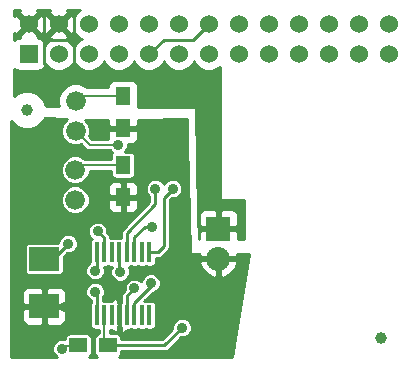
<source format=gtl>
G04 #@! TF.FileFunction,Copper,L1,Top,Signal*
%FSLAX46Y46*%
G04 Gerber Fmt 4.6, Leading zero omitted, Abs format (unit mm)*
G04 Created by KiCad (PCBNEW 4.0.1-stable) date 7/28/2016 7:21:10 PM*
%MOMM*%
G01*
G04 APERTURE LIST*
%ADD10C,0.150000*%
%ADD11R,2.500000X2.000000*%
%ADD12C,1.000000*%
%ADD13R,0.406400X1.651000*%
%ADD14R,1.524000X1.524000*%
%ADD15C,1.524000*%
%ADD16C,1.676400*%
%ADD17R,1.500000X1.250000*%
%ADD18R,1.300000X1.500000*%
%ADD19R,2.032000X2.032000*%
%ADD20O,2.032000X2.032000*%
%ADD21C,0.889000*%
%ADD22C,0.254000*%
%ADD23C,0.203200*%
G04 APERTURE END LIST*
D10*
D11*
X141224000Y-98774000D03*
X141224000Y-94774000D03*
D12*
X139778000Y-82144000D03*
X169750000Y-101448000D03*
D13*
X148223500Y-94209000D03*
X147588500Y-94209000D03*
X146953500Y-94209000D03*
X146318500Y-94209000D03*
X150128500Y-99543000D03*
X150128500Y-94209000D03*
X149493500Y-94209000D03*
X148858500Y-94209000D03*
X145683500Y-99543000D03*
X146318500Y-99543000D03*
X146953500Y-99543000D03*
X147588500Y-99543000D03*
X148223500Y-99543000D03*
X148858500Y-99543000D03*
X145683500Y-94209000D03*
X149493500Y-99543000D03*
D14*
X139905000Y-77445000D03*
D15*
X139905000Y-74905000D03*
X142445000Y-77445000D03*
X142445000Y-74905000D03*
X144985000Y-77445000D03*
X144985000Y-74905000D03*
X147525000Y-77445000D03*
X147525000Y-74905000D03*
X150065000Y-77445000D03*
X150065000Y-74905000D03*
X152605000Y-77445000D03*
X152605000Y-74905000D03*
X155145000Y-77445000D03*
X155145000Y-74905000D03*
X157685000Y-77445000D03*
X157685000Y-74905000D03*
X160225000Y-77445000D03*
X160225000Y-74905000D03*
X162765000Y-77445000D03*
X162765000Y-74905000D03*
X165305000Y-77445000D03*
X165305000Y-74905000D03*
X167845000Y-77445000D03*
X167845000Y-74905000D03*
X170385000Y-77445000D03*
X170385000Y-74905000D03*
D16*
X143842000Y-87224000D03*
X143842000Y-89764000D03*
X143880000Y-81380000D03*
X143880000Y-83920000D03*
D17*
X146616000Y-102083000D03*
X144116000Y-102083000D03*
D18*
X147906000Y-89526500D03*
X147906000Y-86826500D03*
X147906000Y-83684500D03*
X147906000Y-80984500D03*
D19*
X155956000Y-92202000D03*
D20*
X155956000Y-94742000D03*
D21*
X150382500Y-92050000D03*
X152908000Y-100584000D03*
X143002000Y-98806000D03*
X145542000Y-97536000D03*
X145542000Y-95758000D03*
X143256000Y-93472000D03*
X148858500Y-97257000D03*
X142748000Y-102362000D03*
X147652000Y-95860000D03*
X150636500Y-88811500D03*
X150255500Y-96812500D03*
X147460000Y-85100000D03*
X145747000Y-92431000D03*
X152097000Y-88811500D03*
D22*
X148858500Y-94209000D02*
X148858500Y-92949500D01*
X149758000Y-92050000D02*
X150382500Y-92050000D01*
X148858500Y-92949500D02*
X149758000Y-92050000D01*
X146318500Y-102083000D02*
X151409000Y-102083000D01*
X151409000Y-102083000D02*
X152908000Y-100584000D01*
D23*
X146318500Y-99543000D02*
X146318500Y-102083000D01*
D22*
X141224000Y-76200000D02*
X141224000Y-78232000D01*
X141224000Y-78232000D02*
X141478000Y-78486000D01*
X141224000Y-76200000D02*
X141224000Y-73914000D01*
X143764000Y-76200000D02*
X143764000Y-73914000D01*
X141224000Y-76200000D02*
X143764000Y-76200000D01*
X143764000Y-76200000D02*
X143764000Y-78232000D01*
X139905000Y-74905000D02*
X139929000Y-74905000D01*
X139929000Y-74905000D02*
X141224000Y-76200000D01*
X141224000Y-98774000D02*
X142970000Y-98774000D01*
X142970000Y-98774000D02*
X143002000Y-98806000D01*
X145683500Y-97677500D02*
X145683500Y-99543000D01*
X145542000Y-97536000D02*
X145683500Y-97677500D01*
X145683500Y-95616500D02*
X145683500Y-94209000D01*
X145542000Y-95758000D02*
X145683500Y-95616500D01*
X143256000Y-93472000D02*
X141954000Y-94774000D01*
X141224000Y-94774000D02*
X141954000Y-94774000D01*
X150065000Y-77445000D02*
X150139000Y-77445000D01*
X150139000Y-77445000D02*
X151384000Y-76200000D01*
X151384000Y-76200000D02*
X153850000Y-76200000D01*
X153850000Y-76200000D02*
X155145000Y-74905000D01*
X148223500Y-99543000D02*
X148223500Y-97892000D01*
X148223500Y-97892000D02*
X148858500Y-97257000D01*
D23*
X144413500Y-102083000D02*
X143002000Y-102108000D01*
X143002000Y-102108000D02*
X142748000Y-102362000D01*
D22*
X147588500Y-94209000D02*
X147588500Y-95796500D01*
X147588500Y-95796500D02*
X147652000Y-95860000D01*
X148223500Y-94209000D02*
X148223500Y-92568500D01*
X150636500Y-90155500D02*
X150636500Y-88811500D01*
X148223500Y-92568500D02*
X150636500Y-90155500D01*
D23*
X144239500Y-86826500D02*
X143842000Y-87224000D01*
X147906000Y-86826500D02*
X144239500Y-86826500D01*
X144275500Y-80984500D02*
X143880000Y-81380000D01*
X147906000Y-80984500D02*
X144275500Y-80984500D01*
D22*
X148858500Y-99543000D02*
X148858500Y-98463500D01*
X148858500Y-98463500D02*
X150255500Y-97066500D01*
X150255500Y-97066500D02*
X150255500Y-96812500D01*
D23*
X145060000Y-85100000D02*
X143880000Y-83920000D01*
X147460000Y-85100000D02*
X145060000Y-85100000D01*
D22*
X146318500Y-94209000D02*
X146318500Y-93002500D01*
X146318500Y-93002500D02*
X145747000Y-92431000D01*
X150065000Y-74905000D02*
X150065000Y-75032000D01*
X150128500Y-94209000D02*
X150827000Y-94209000D01*
X150827000Y-94209000D02*
X151335000Y-93701000D01*
X151335000Y-93701000D02*
X151335000Y-89573500D01*
X151335000Y-89573500D02*
X152097000Y-88811500D01*
G36*
X153959990Y-78235303D02*
X154352630Y-78628629D01*
X154865900Y-78841757D01*
X155421661Y-78842242D01*
X155935303Y-78630010D01*
X156083000Y-78482571D01*
X156083000Y-89662000D01*
X156093006Y-89711410D01*
X156121447Y-89753035D01*
X156163841Y-89780315D01*
X156210000Y-89789000D01*
X158115000Y-89789000D01*
X158115000Y-93091000D01*
X157607000Y-93091000D01*
X157607000Y-92487750D01*
X157448250Y-92329000D01*
X156083000Y-92329000D01*
X156083000Y-92349000D01*
X155829000Y-92349000D01*
X155829000Y-92329000D01*
X154463750Y-92329000D01*
X154305000Y-92487750D01*
X154305000Y-93091000D01*
X154302146Y-93091000D01*
X154255980Y-91059690D01*
X154305000Y-91059690D01*
X154305000Y-91916250D01*
X154463750Y-92075000D01*
X155829000Y-92075000D01*
X155829000Y-90709750D01*
X156083000Y-90709750D01*
X156083000Y-92075000D01*
X157448250Y-92075000D01*
X157607000Y-91916250D01*
X157607000Y-91059690D01*
X157510327Y-90826301D01*
X157331698Y-90647673D01*
X157098309Y-90551000D01*
X156241750Y-90551000D01*
X156083000Y-90709750D01*
X155829000Y-90709750D01*
X155670250Y-90551000D01*
X154813691Y-90551000D01*
X154580302Y-90647673D01*
X154401673Y-90826301D01*
X154305000Y-91059690D01*
X154255980Y-91059690D01*
X154050967Y-82039114D01*
X154039841Y-81989944D01*
X154010462Y-81948977D01*
X153967459Y-81922667D01*
X153925212Y-81915006D01*
X149176067Y-81869674D01*
X149203440Y-81734500D01*
X149203440Y-80234500D01*
X149159162Y-79999183D01*
X149020090Y-79783059D01*
X148807890Y-79638069D01*
X148556000Y-79587060D01*
X147256000Y-79587060D01*
X147020683Y-79631338D01*
X146804559Y-79770410D01*
X146659569Y-79982610D01*
X146608560Y-80234500D01*
X146608560Y-80247900D01*
X144831479Y-80247900D01*
X144715591Y-80131810D01*
X144174323Y-79907056D01*
X143588248Y-79906545D01*
X143046589Y-80130353D01*
X142631810Y-80544409D01*
X142407056Y-81085677D01*
X142406545Y-81671752D01*
X142461843Y-81805584D01*
X141394376Y-81795395D01*
X141158108Y-81223582D01*
X140700825Y-80765501D01*
X140103050Y-80517283D01*
X139455789Y-80516718D01*
X138857582Y-80763892D01*
X138685000Y-80936173D01*
X138685000Y-78662602D01*
X138891110Y-78803431D01*
X139143000Y-78854440D01*
X140667000Y-78854440D01*
X140902317Y-78810162D01*
X141118441Y-78671090D01*
X141263431Y-78458890D01*
X141300492Y-78275876D01*
X141652630Y-78628629D01*
X142165900Y-78841757D01*
X142721661Y-78842242D01*
X143235303Y-78630010D01*
X143628629Y-78237370D01*
X143714949Y-78029488D01*
X143799990Y-78235303D01*
X144192630Y-78628629D01*
X144705900Y-78841757D01*
X145261661Y-78842242D01*
X145775303Y-78630010D01*
X146168629Y-78237370D01*
X146254949Y-78029488D01*
X146339990Y-78235303D01*
X146732630Y-78628629D01*
X147245900Y-78841757D01*
X147801661Y-78842242D01*
X148315303Y-78630010D01*
X148708629Y-78237370D01*
X148794949Y-78029488D01*
X148879990Y-78235303D01*
X149272630Y-78628629D01*
X149785900Y-78841757D01*
X150341661Y-78842242D01*
X150855303Y-78630010D01*
X151248629Y-78237370D01*
X151334949Y-78029488D01*
X151419990Y-78235303D01*
X151812630Y-78628629D01*
X152325900Y-78841757D01*
X152881661Y-78842242D01*
X153395303Y-78630010D01*
X153788629Y-78237370D01*
X153874949Y-78029488D01*
X153959990Y-78235303D01*
X153959990Y-78235303D01*
G37*
X153959990Y-78235303D02*
X154352630Y-78628629D01*
X154865900Y-78841757D01*
X155421661Y-78842242D01*
X155935303Y-78630010D01*
X156083000Y-78482571D01*
X156083000Y-89662000D01*
X156093006Y-89711410D01*
X156121447Y-89753035D01*
X156163841Y-89780315D01*
X156210000Y-89789000D01*
X158115000Y-89789000D01*
X158115000Y-93091000D01*
X157607000Y-93091000D01*
X157607000Y-92487750D01*
X157448250Y-92329000D01*
X156083000Y-92329000D01*
X156083000Y-92349000D01*
X155829000Y-92349000D01*
X155829000Y-92329000D01*
X154463750Y-92329000D01*
X154305000Y-92487750D01*
X154305000Y-93091000D01*
X154302146Y-93091000D01*
X154255980Y-91059690D01*
X154305000Y-91059690D01*
X154305000Y-91916250D01*
X154463750Y-92075000D01*
X155829000Y-92075000D01*
X155829000Y-90709750D01*
X156083000Y-90709750D01*
X156083000Y-92075000D01*
X157448250Y-92075000D01*
X157607000Y-91916250D01*
X157607000Y-91059690D01*
X157510327Y-90826301D01*
X157331698Y-90647673D01*
X157098309Y-90551000D01*
X156241750Y-90551000D01*
X156083000Y-90709750D01*
X155829000Y-90709750D01*
X155670250Y-90551000D01*
X154813691Y-90551000D01*
X154580302Y-90647673D01*
X154401673Y-90826301D01*
X154305000Y-91059690D01*
X154255980Y-91059690D01*
X154050967Y-82039114D01*
X154039841Y-81989944D01*
X154010462Y-81948977D01*
X153967459Y-81922667D01*
X153925212Y-81915006D01*
X149176067Y-81869674D01*
X149203440Y-81734500D01*
X149203440Y-80234500D01*
X149159162Y-79999183D01*
X149020090Y-79783059D01*
X148807890Y-79638069D01*
X148556000Y-79587060D01*
X147256000Y-79587060D01*
X147020683Y-79631338D01*
X146804559Y-79770410D01*
X146659569Y-79982610D01*
X146608560Y-80234500D01*
X146608560Y-80247900D01*
X144831479Y-80247900D01*
X144715591Y-80131810D01*
X144174323Y-79907056D01*
X143588248Y-79906545D01*
X143046589Y-80130353D01*
X142631810Y-80544409D01*
X142407056Y-81085677D01*
X142406545Y-81671752D01*
X142461843Y-81805584D01*
X141394376Y-81795395D01*
X141158108Y-81223582D01*
X140700825Y-80765501D01*
X140103050Y-80517283D01*
X139455789Y-80516718D01*
X138857582Y-80763892D01*
X138685000Y-80936173D01*
X138685000Y-78662602D01*
X138891110Y-78803431D01*
X139143000Y-78854440D01*
X140667000Y-78854440D01*
X140902317Y-78810162D01*
X141118441Y-78671090D01*
X141263431Y-78458890D01*
X141300492Y-78275876D01*
X141652630Y-78628629D01*
X142165900Y-78841757D01*
X142721661Y-78842242D01*
X143235303Y-78630010D01*
X143628629Y-78237370D01*
X143714949Y-78029488D01*
X143799990Y-78235303D01*
X144192630Y-78628629D01*
X144705900Y-78841757D01*
X145261661Y-78842242D01*
X145775303Y-78630010D01*
X146168629Y-78237370D01*
X146254949Y-78029488D01*
X146339990Y-78235303D01*
X146732630Y-78628629D01*
X147245900Y-78841757D01*
X147801661Y-78842242D01*
X148315303Y-78630010D01*
X148708629Y-78237370D01*
X148794949Y-78029488D01*
X148879990Y-78235303D01*
X149272630Y-78628629D01*
X149785900Y-78841757D01*
X150341661Y-78842242D01*
X150855303Y-78630010D01*
X151248629Y-78237370D01*
X151334949Y-78029488D01*
X151419990Y-78235303D01*
X151812630Y-78628629D01*
X152325900Y-78841757D01*
X152881661Y-78842242D01*
X153395303Y-78630010D01*
X153788629Y-78237370D01*
X153874949Y-78029488D01*
X153959990Y-78235303D01*
G36*
X139104392Y-73924787D02*
X139905000Y-74725395D01*
X140705608Y-73924787D01*
X140636831Y-73685000D01*
X141713169Y-73685000D01*
X141644392Y-73924787D01*
X142445000Y-74725395D01*
X143245608Y-73924787D01*
X143176831Y-73685000D01*
X144279379Y-73685000D01*
X144194697Y-73719990D01*
X143801371Y-74112630D01*
X143721605Y-74304727D01*
X143667397Y-74173857D01*
X143425213Y-74104392D01*
X142624605Y-74905000D01*
X143425213Y-75705608D01*
X143667397Y-75636143D01*
X143717509Y-75495682D01*
X143799990Y-75695303D01*
X144192630Y-76088629D01*
X144400512Y-76174949D01*
X144194697Y-76259990D01*
X143801371Y-76652630D01*
X143715051Y-76860512D01*
X143630010Y-76654697D01*
X143237370Y-76261371D01*
X143045273Y-76181605D01*
X143176143Y-76127397D01*
X143245608Y-75885213D01*
X142445000Y-75084605D01*
X141644392Y-75885213D01*
X141713857Y-76127397D01*
X141854318Y-76177509D01*
X141654697Y-76259990D01*
X141301237Y-76612833D01*
X141270162Y-76447683D01*
X141131090Y-76231559D01*
X140918890Y-76086569D01*
X140667000Y-76035560D01*
X140662484Y-76035560D01*
X140705608Y-75885213D01*
X139905000Y-75084605D01*
X139104392Y-75885213D01*
X139147516Y-76035560D01*
X139143000Y-76035560D01*
X138907683Y-76079838D01*
X138691559Y-76218910D01*
X138685000Y-76228509D01*
X138685000Y-75636831D01*
X138924787Y-75705608D01*
X139725395Y-74905000D01*
X140084605Y-74905000D01*
X140885213Y-75705608D01*
X141127397Y-75636143D01*
X141171453Y-75512656D01*
X141222603Y-75636143D01*
X141464787Y-75705608D01*
X142265395Y-74905000D01*
X141464787Y-74104392D01*
X141222603Y-74173857D01*
X141178547Y-74297344D01*
X141127397Y-74173857D01*
X140885213Y-74104392D01*
X140084605Y-74905000D01*
X139725395Y-74905000D01*
X138924787Y-74104392D01*
X138685000Y-74173169D01*
X138685000Y-73685000D01*
X139173169Y-73685000D01*
X139104392Y-73924787D01*
X139104392Y-73924787D01*
G37*
X139104392Y-73924787D02*
X139905000Y-74725395D01*
X140705608Y-73924787D01*
X140636831Y-73685000D01*
X141713169Y-73685000D01*
X141644392Y-73924787D01*
X142445000Y-74725395D01*
X143245608Y-73924787D01*
X143176831Y-73685000D01*
X144279379Y-73685000D01*
X144194697Y-73719990D01*
X143801371Y-74112630D01*
X143721605Y-74304727D01*
X143667397Y-74173857D01*
X143425213Y-74104392D01*
X142624605Y-74905000D01*
X143425213Y-75705608D01*
X143667397Y-75636143D01*
X143717509Y-75495682D01*
X143799990Y-75695303D01*
X144192630Y-76088629D01*
X144400512Y-76174949D01*
X144194697Y-76259990D01*
X143801371Y-76652630D01*
X143715051Y-76860512D01*
X143630010Y-76654697D01*
X143237370Y-76261371D01*
X143045273Y-76181605D01*
X143176143Y-76127397D01*
X143245608Y-75885213D01*
X142445000Y-75084605D01*
X141644392Y-75885213D01*
X141713857Y-76127397D01*
X141854318Y-76177509D01*
X141654697Y-76259990D01*
X141301237Y-76612833D01*
X141270162Y-76447683D01*
X141131090Y-76231559D01*
X140918890Y-76086569D01*
X140667000Y-76035560D01*
X140662484Y-76035560D01*
X140705608Y-75885213D01*
X139905000Y-75084605D01*
X139104392Y-75885213D01*
X139147516Y-76035560D01*
X139143000Y-76035560D01*
X138907683Y-76079838D01*
X138691559Y-76218910D01*
X138685000Y-76228509D01*
X138685000Y-75636831D01*
X138924787Y-75705608D01*
X139725395Y-74905000D01*
X140084605Y-74905000D01*
X140885213Y-75705608D01*
X141127397Y-75636143D01*
X141171453Y-75512656D01*
X141222603Y-75636143D01*
X141464787Y-75705608D01*
X142265395Y-74905000D01*
X141464787Y-74104392D01*
X141222603Y-74173857D01*
X141178547Y-74297344D01*
X141127397Y-74173857D01*
X140885213Y-74104392D01*
X140084605Y-74905000D01*
X139725395Y-74905000D01*
X138924787Y-74104392D01*
X138685000Y-74173169D01*
X138685000Y-73685000D01*
X139173169Y-73685000D01*
X139104392Y-73924787D01*
G36*
X143157116Y-82918917D02*
X142847015Y-83228477D01*
X142661012Y-83676422D01*
X142660588Y-84161450D01*
X142845809Y-84609719D01*
X143188477Y-84952985D01*
X143636422Y-85138988D01*
X144121450Y-85139412D01*
X144330524Y-85053024D01*
X144718750Y-85441250D01*
X144875317Y-85545864D01*
X145060000Y-85582600D01*
X146775342Y-85582600D01*
X146988348Y-85795978D01*
X146985135Y-85798046D01*
X146898141Y-85925366D01*
X146867536Y-86076500D01*
X146867536Y-86343900D01*
X144686142Y-86343900D01*
X144533523Y-86191015D01*
X144085578Y-86005012D01*
X143600550Y-86004588D01*
X143152281Y-86189809D01*
X142809015Y-86532477D01*
X142623012Y-86980422D01*
X142622588Y-87465450D01*
X142807809Y-87913719D01*
X143150477Y-88256985D01*
X143598422Y-88442988D01*
X144083450Y-88443412D01*
X144531719Y-88258191D01*
X144874985Y-87915523D01*
X145060988Y-87467578D01*
X145061127Y-87309100D01*
X146867536Y-87309100D01*
X146867536Y-87576500D01*
X146894103Y-87717690D01*
X146977546Y-87847365D01*
X147104866Y-87934359D01*
X147256000Y-87964964D01*
X148556000Y-87964964D01*
X148697190Y-87938397D01*
X148826865Y-87854954D01*
X148913859Y-87727634D01*
X148944464Y-87576500D01*
X148944464Y-86076500D01*
X148917897Y-85935310D01*
X148834454Y-85805635D01*
X148707134Y-85718641D01*
X148556000Y-85688036D01*
X148039391Y-85688036D01*
X148159417Y-85568219D01*
X148285357Y-85264923D01*
X148285527Y-85069500D01*
X148682310Y-85069500D01*
X148915699Y-84972827D01*
X149094327Y-84794198D01*
X149191000Y-84560809D01*
X149191000Y-83970250D01*
X149032250Y-83811500D01*
X148033000Y-83811500D01*
X148033000Y-83831500D01*
X147779000Y-83831500D01*
X147779000Y-83811500D01*
X146779750Y-83811500D01*
X146621000Y-83970250D01*
X146621000Y-84560809D01*
X146644441Y-84617400D01*
X145259900Y-84617400D01*
X145013047Y-84370547D01*
X145098988Y-84163578D01*
X145099412Y-83678550D01*
X144914191Y-83230281D01*
X144682111Y-82997796D01*
X145359440Y-83032830D01*
X145367609Y-83032990D01*
X146621000Y-83017109D01*
X146621000Y-83398750D01*
X146779750Y-83557500D01*
X147779000Y-83557500D01*
X147779000Y-83537500D01*
X148033000Y-83537500D01*
X148033000Y-83557500D01*
X149032250Y-83557500D01*
X149191000Y-83398750D01*
X149191000Y-82984545D01*
X153289000Y-82932620D01*
X153289000Y-84836000D01*
X153289046Y-84839431D01*
X153543046Y-94237431D01*
X153554383Y-94286553D01*
X153583938Y-94327394D01*
X153627054Y-94353518D01*
X153670000Y-94361000D01*
X154350930Y-94361000D01*
X154469164Y-94615000D01*
X155829000Y-94615000D01*
X155829000Y-94595000D01*
X156083000Y-94595000D01*
X156083000Y-94615000D01*
X157442836Y-94615000D01*
X157561070Y-94361000D01*
X158600082Y-94361000D01*
X157152082Y-103049000D01*
X147539665Y-103049000D01*
X147636865Y-102986454D01*
X147723859Y-102859134D01*
X147754464Y-102708000D01*
X147754464Y-102591000D01*
X151409000Y-102591000D01*
X151603403Y-102552331D01*
X151768210Y-102442210D01*
X152801013Y-101409407D01*
X153071482Y-101409643D01*
X153374998Y-101284233D01*
X153607417Y-101052219D01*
X153733357Y-100748923D01*
X153733643Y-100420518D01*
X153608233Y-100117002D01*
X153376219Y-99884583D01*
X153072923Y-99758643D01*
X152744518Y-99758357D01*
X152441002Y-99883767D01*
X152208583Y-100115781D01*
X152082643Y-100419077D01*
X152082406Y-100691174D01*
X151198580Y-101575000D01*
X147754464Y-101575000D01*
X147754464Y-101458000D01*
X147727897Y-101316810D01*
X147644454Y-101187135D01*
X147517134Y-101100141D01*
X147366000Y-101069536D01*
X146801100Y-101069536D01*
X146801100Y-100756964D01*
X146875738Y-100756964D01*
X147025602Y-100906827D01*
X147258991Y-101003500D01*
X147328150Y-101003500D01*
X147486900Y-100844750D01*
X147486900Y-100560114D01*
X147514559Y-100519634D01*
X147545164Y-100368500D01*
X147545164Y-98717500D01*
X147631836Y-98717500D01*
X147631836Y-100368500D01*
X147658403Y-100509690D01*
X147690100Y-100558949D01*
X147690100Y-100844750D01*
X147848850Y-101003500D01*
X147918009Y-101003500D01*
X148151398Y-100906827D01*
X148301262Y-100756964D01*
X148426700Y-100756964D01*
X148545195Y-100734667D01*
X148655300Y-100756964D01*
X149061700Y-100756964D01*
X149180195Y-100734667D01*
X149290300Y-100756964D01*
X149696700Y-100756964D01*
X149815195Y-100734667D01*
X149925300Y-100756964D01*
X150331700Y-100756964D01*
X150472890Y-100730397D01*
X150602565Y-100646954D01*
X150689559Y-100519634D01*
X150720164Y-100368500D01*
X150720164Y-98717500D01*
X150693597Y-98576310D01*
X150610154Y-98446635D01*
X150482834Y-98359641D01*
X150331700Y-98329036D01*
X149925300Y-98329036D01*
X149806805Y-98351333D01*
X149708911Y-98331509D01*
X150402292Y-97638128D01*
X150418982Y-97638143D01*
X150722498Y-97512733D01*
X150954917Y-97280719D01*
X151080857Y-96977423D01*
X151081143Y-96649018D01*
X150955733Y-96345502D01*
X150723719Y-96113083D01*
X150420423Y-95987143D01*
X150092018Y-95986857D01*
X149788502Y-96112267D01*
X149556083Y-96344281D01*
X149430143Y-96647577D01*
X149430131Y-96661176D01*
X149326719Y-96557583D01*
X149023423Y-96431643D01*
X148695018Y-96431357D01*
X148391502Y-96556767D01*
X148159083Y-96788781D01*
X148033143Y-97092077D01*
X148032906Y-97364174D01*
X147864290Y-97532790D01*
X147754169Y-97697597D01*
X147715500Y-97892000D01*
X147715500Y-98215850D01*
X147690100Y-98241250D01*
X147690100Y-98525886D01*
X147662441Y-98566366D01*
X147631836Y-98717500D01*
X147545164Y-98717500D01*
X147518597Y-98576310D01*
X147486900Y-98527051D01*
X147486900Y-98241250D01*
X147328150Y-98082500D01*
X147258991Y-98082500D01*
X147025602Y-98179173D01*
X146875738Y-98329036D01*
X146750300Y-98329036D01*
X146631805Y-98351333D01*
X146521700Y-98329036D01*
X146191500Y-98329036D01*
X146191500Y-98054049D01*
X146241417Y-98004219D01*
X146367357Y-97700923D01*
X146367643Y-97372518D01*
X146242233Y-97069002D01*
X146010219Y-96836583D01*
X145706923Y-96710643D01*
X145378518Y-96710357D01*
X145075002Y-96835767D01*
X144842583Y-97067781D01*
X144716643Y-97371077D01*
X144716357Y-97699482D01*
X144841767Y-98002998D01*
X145073781Y-98235417D01*
X145175500Y-98277655D01*
X145175500Y-98488712D01*
X145122441Y-98566366D01*
X145091836Y-98717500D01*
X145091836Y-100368500D01*
X145118403Y-100509690D01*
X145201846Y-100639365D01*
X145329166Y-100726359D01*
X145480300Y-100756964D01*
X145835900Y-100756964D01*
X145835900Y-101075200D01*
X145724810Y-101096103D01*
X145595135Y-101179546D01*
X145508141Y-101306866D01*
X145477536Y-101458000D01*
X145477536Y-102708000D01*
X145504103Y-102849190D01*
X145587546Y-102978865D01*
X145690192Y-103049000D01*
X145039665Y-103049000D01*
X145136865Y-102986454D01*
X145223859Y-102859134D01*
X145254464Y-102708000D01*
X145254464Y-101458000D01*
X145227897Y-101316810D01*
X145144454Y-101187135D01*
X145017134Y-101100141D01*
X144866000Y-101069536D01*
X143366000Y-101069536D01*
X143224810Y-101096103D01*
X143095135Y-101179546D01*
X143008141Y-101306866D01*
X142977536Y-101458000D01*
X142977536Y-101563473D01*
X142912923Y-101536643D01*
X142584518Y-101536357D01*
X142281002Y-101661767D01*
X142048583Y-101893781D01*
X141922643Y-102197077D01*
X141922357Y-102525482D01*
X142047767Y-102828998D01*
X142267386Y-103049000D01*
X138431000Y-103049000D01*
X138431000Y-99059750D01*
X139339000Y-99059750D01*
X139339000Y-99900309D01*
X139435673Y-100133698D01*
X139614301Y-100312327D01*
X139847690Y-100409000D01*
X140938250Y-100409000D01*
X141097000Y-100250250D01*
X141097000Y-98901000D01*
X141351000Y-98901000D01*
X141351000Y-100250250D01*
X141509750Y-100409000D01*
X142600310Y-100409000D01*
X142833699Y-100312327D01*
X143012327Y-100133698D01*
X143109000Y-99900309D01*
X143109000Y-99059750D01*
X142950250Y-98901000D01*
X141351000Y-98901000D01*
X141097000Y-98901000D01*
X139497750Y-98901000D01*
X139339000Y-99059750D01*
X138431000Y-99059750D01*
X138431000Y-97647691D01*
X139339000Y-97647691D01*
X139339000Y-98488250D01*
X139497750Y-98647000D01*
X141097000Y-98647000D01*
X141097000Y-97297750D01*
X141351000Y-97297750D01*
X141351000Y-98647000D01*
X142950250Y-98647000D01*
X143109000Y-98488250D01*
X143109000Y-97647691D01*
X143012327Y-97414302D01*
X142833699Y-97235673D01*
X142600310Y-97139000D01*
X141509750Y-97139000D01*
X141351000Y-97297750D01*
X141097000Y-97297750D01*
X140938250Y-97139000D01*
X139847690Y-97139000D01*
X139614301Y-97235673D01*
X139435673Y-97414302D01*
X139339000Y-97647691D01*
X138431000Y-97647691D01*
X138431000Y-93774000D01*
X139585536Y-93774000D01*
X139585536Y-95774000D01*
X139612103Y-95915190D01*
X139695546Y-96044865D01*
X139822866Y-96131859D01*
X139974000Y-96162464D01*
X142474000Y-96162464D01*
X142615190Y-96135897D01*
X142744865Y-96052454D01*
X142831859Y-95925134D01*
X142832598Y-95921482D01*
X144716357Y-95921482D01*
X144841767Y-96224998D01*
X145073781Y-96457417D01*
X145377077Y-96583357D01*
X145705482Y-96583643D01*
X146008998Y-96458233D01*
X146241417Y-96226219D01*
X146367357Y-95922923D01*
X146367643Y-95594518D01*
X146296758Y-95422964D01*
X146521700Y-95422964D01*
X146640195Y-95400667D01*
X146750300Y-95422964D01*
X146939635Y-95422964D01*
X146826643Y-95695077D01*
X146826357Y-96023482D01*
X146951767Y-96326998D01*
X147183781Y-96559417D01*
X147487077Y-96685357D01*
X147815482Y-96685643D01*
X148118998Y-96560233D01*
X148351417Y-96328219D01*
X148477357Y-96024923D01*
X148477643Y-95696518D01*
X148364613Y-95422964D01*
X148426700Y-95422964D01*
X148545195Y-95400667D01*
X148655300Y-95422964D01*
X149061700Y-95422964D01*
X149180195Y-95400667D01*
X149290300Y-95422964D01*
X149696700Y-95422964D01*
X149815195Y-95400667D01*
X149925300Y-95422964D01*
X150331700Y-95422964D01*
X150472890Y-95396397D01*
X150602565Y-95312954D01*
X150689559Y-95185634D01*
X150701848Y-95124944D01*
X154350025Y-95124944D01*
X154549615Y-95606818D01*
X154987621Y-96079188D01*
X155573054Y-96347983D01*
X155829000Y-96229367D01*
X155829000Y-94869000D01*
X156083000Y-94869000D01*
X156083000Y-96229367D01*
X156338946Y-96347983D01*
X156924379Y-96079188D01*
X157362385Y-95606818D01*
X157561975Y-95124944D01*
X157442836Y-94869000D01*
X156083000Y-94869000D01*
X155829000Y-94869000D01*
X154469164Y-94869000D01*
X154350025Y-95124944D01*
X150701848Y-95124944D01*
X150720164Y-95034500D01*
X150720164Y-94717000D01*
X150827000Y-94717000D01*
X151021403Y-94678331D01*
X151186210Y-94568210D01*
X151694210Y-94060211D01*
X151804330Y-93895404D01*
X151804331Y-93895403D01*
X151843000Y-93701000D01*
X151843000Y-89783920D01*
X151990013Y-89636907D01*
X152260482Y-89637143D01*
X152563998Y-89511733D01*
X152796417Y-89279719D01*
X152922357Y-88976423D01*
X152922643Y-88648018D01*
X152797233Y-88344502D01*
X152565219Y-88112083D01*
X152261923Y-87986143D01*
X151933518Y-87985857D01*
X151630002Y-88111267D01*
X151397583Y-88343281D01*
X151366830Y-88417342D01*
X151336733Y-88344502D01*
X151104719Y-88112083D01*
X150801423Y-87986143D01*
X150473018Y-87985857D01*
X150169502Y-88111267D01*
X149937083Y-88343281D01*
X149811143Y-88646577D01*
X149810857Y-88974982D01*
X149936267Y-89278498D01*
X150128500Y-89471067D01*
X150128500Y-89945080D01*
X147864290Y-92209290D01*
X147754169Y-92374097D01*
X147715500Y-92568500D01*
X147715500Y-92995036D01*
X147385300Y-92995036D01*
X147266805Y-93017333D01*
X147156700Y-92995036D01*
X146825015Y-92995036D01*
X146787831Y-92808097D01*
X146677710Y-92643290D01*
X146572407Y-92537987D01*
X146572643Y-92267518D01*
X146447233Y-91964002D01*
X146215219Y-91731583D01*
X145911923Y-91605643D01*
X145583518Y-91605357D01*
X145280002Y-91730767D01*
X145047583Y-91962781D01*
X144921643Y-92266077D01*
X144921357Y-92594482D01*
X145046767Y-92897998D01*
X145236237Y-93087799D01*
X145209435Y-93105046D01*
X145122441Y-93232366D01*
X145091836Y-93383500D01*
X145091836Y-95034500D01*
X145094684Y-95049635D01*
X145075002Y-95057767D01*
X144842583Y-95289781D01*
X144716643Y-95593077D01*
X144716357Y-95921482D01*
X142832598Y-95921482D01*
X142862464Y-95774000D01*
X142862464Y-94583956D01*
X143149013Y-94297407D01*
X143419482Y-94297643D01*
X143722998Y-94172233D01*
X143955417Y-93940219D01*
X144081357Y-93636923D01*
X144081643Y-93308518D01*
X143956233Y-93005002D01*
X143724219Y-92772583D01*
X143420923Y-92646643D01*
X143092518Y-92646357D01*
X142789002Y-92771767D01*
X142556583Y-93003781D01*
X142430643Y-93307077D01*
X142430575Y-93385536D01*
X139974000Y-93385536D01*
X139832810Y-93412103D01*
X139703135Y-93495546D01*
X139616141Y-93622866D01*
X139585536Y-93774000D01*
X138431000Y-93774000D01*
X138431000Y-90005450D01*
X142622588Y-90005450D01*
X142807809Y-90453719D01*
X143150477Y-90796985D01*
X143598422Y-90982988D01*
X144083450Y-90983412D01*
X144531719Y-90798191D01*
X144874985Y-90455523D01*
X145060988Y-90007578D01*
X145061158Y-89812250D01*
X146621000Y-89812250D01*
X146621000Y-90402809D01*
X146717673Y-90636198D01*
X146896301Y-90814827D01*
X147129690Y-90911500D01*
X147620250Y-90911500D01*
X147779000Y-90752750D01*
X147779000Y-89653500D01*
X148033000Y-89653500D01*
X148033000Y-90752750D01*
X148191750Y-90911500D01*
X148682310Y-90911500D01*
X148915699Y-90814827D01*
X149094327Y-90636198D01*
X149191000Y-90402809D01*
X149191000Y-89812250D01*
X149032250Y-89653500D01*
X148033000Y-89653500D01*
X147779000Y-89653500D01*
X146779750Y-89653500D01*
X146621000Y-89812250D01*
X145061158Y-89812250D01*
X145061412Y-89522550D01*
X144876191Y-89074281D01*
X144533523Y-88731015D01*
X144338878Y-88650191D01*
X146621000Y-88650191D01*
X146621000Y-89240750D01*
X146779750Y-89399500D01*
X147779000Y-89399500D01*
X147779000Y-88300250D01*
X148033000Y-88300250D01*
X148033000Y-89399500D01*
X149032250Y-89399500D01*
X149191000Y-89240750D01*
X149191000Y-88650191D01*
X149094327Y-88416802D01*
X148915699Y-88238173D01*
X148682310Y-88141500D01*
X148191750Y-88141500D01*
X148033000Y-88300250D01*
X147779000Y-88300250D01*
X147620250Y-88141500D01*
X147129690Y-88141500D01*
X146896301Y-88238173D01*
X146717673Y-88416802D01*
X146621000Y-88650191D01*
X144338878Y-88650191D01*
X144085578Y-88545012D01*
X143600550Y-88544588D01*
X143152281Y-88729809D01*
X142809015Y-89072477D01*
X142623012Y-89520422D01*
X142622588Y-90005450D01*
X138431000Y-90005450D01*
X138431000Y-83097584D01*
X138855175Y-83522499D01*
X139452950Y-83770717D01*
X140100211Y-83771282D01*
X140698418Y-83524108D01*
X141156499Y-83066825D01*
X141258690Y-82820722D01*
X143157116Y-82918917D01*
X143157116Y-82918917D01*
G37*
X143157116Y-82918917D02*
X142847015Y-83228477D01*
X142661012Y-83676422D01*
X142660588Y-84161450D01*
X142845809Y-84609719D01*
X143188477Y-84952985D01*
X143636422Y-85138988D01*
X144121450Y-85139412D01*
X144330524Y-85053024D01*
X144718750Y-85441250D01*
X144875317Y-85545864D01*
X145060000Y-85582600D01*
X146775342Y-85582600D01*
X146988348Y-85795978D01*
X146985135Y-85798046D01*
X146898141Y-85925366D01*
X146867536Y-86076500D01*
X146867536Y-86343900D01*
X144686142Y-86343900D01*
X144533523Y-86191015D01*
X144085578Y-86005012D01*
X143600550Y-86004588D01*
X143152281Y-86189809D01*
X142809015Y-86532477D01*
X142623012Y-86980422D01*
X142622588Y-87465450D01*
X142807809Y-87913719D01*
X143150477Y-88256985D01*
X143598422Y-88442988D01*
X144083450Y-88443412D01*
X144531719Y-88258191D01*
X144874985Y-87915523D01*
X145060988Y-87467578D01*
X145061127Y-87309100D01*
X146867536Y-87309100D01*
X146867536Y-87576500D01*
X146894103Y-87717690D01*
X146977546Y-87847365D01*
X147104866Y-87934359D01*
X147256000Y-87964964D01*
X148556000Y-87964964D01*
X148697190Y-87938397D01*
X148826865Y-87854954D01*
X148913859Y-87727634D01*
X148944464Y-87576500D01*
X148944464Y-86076500D01*
X148917897Y-85935310D01*
X148834454Y-85805635D01*
X148707134Y-85718641D01*
X148556000Y-85688036D01*
X148039391Y-85688036D01*
X148159417Y-85568219D01*
X148285357Y-85264923D01*
X148285527Y-85069500D01*
X148682310Y-85069500D01*
X148915699Y-84972827D01*
X149094327Y-84794198D01*
X149191000Y-84560809D01*
X149191000Y-83970250D01*
X149032250Y-83811500D01*
X148033000Y-83811500D01*
X148033000Y-83831500D01*
X147779000Y-83831500D01*
X147779000Y-83811500D01*
X146779750Y-83811500D01*
X146621000Y-83970250D01*
X146621000Y-84560809D01*
X146644441Y-84617400D01*
X145259900Y-84617400D01*
X145013047Y-84370547D01*
X145098988Y-84163578D01*
X145099412Y-83678550D01*
X144914191Y-83230281D01*
X144682111Y-82997796D01*
X145359440Y-83032830D01*
X145367609Y-83032990D01*
X146621000Y-83017109D01*
X146621000Y-83398750D01*
X146779750Y-83557500D01*
X147779000Y-83557500D01*
X147779000Y-83537500D01*
X148033000Y-83537500D01*
X148033000Y-83557500D01*
X149032250Y-83557500D01*
X149191000Y-83398750D01*
X149191000Y-82984545D01*
X153289000Y-82932620D01*
X153289000Y-84836000D01*
X153289046Y-84839431D01*
X153543046Y-94237431D01*
X153554383Y-94286553D01*
X153583938Y-94327394D01*
X153627054Y-94353518D01*
X153670000Y-94361000D01*
X154350930Y-94361000D01*
X154469164Y-94615000D01*
X155829000Y-94615000D01*
X155829000Y-94595000D01*
X156083000Y-94595000D01*
X156083000Y-94615000D01*
X157442836Y-94615000D01*
X157561070Y-94361000D01*
X158600082Y-94361000D01*
X157152082Y-103049000D01*
X147539665Y-103049000D01*
X147636865Y-102986454D01*
X147723859Y-102859134D01*
X147754464Y-102708000D01*
X147754464Y-102591000D01*
X151409000Y-102591000D01*
X151603403Y-102552331D01*
X151768210Y-102442210D01*
X152801013Y-101409407D01*
X153071482Y-101409643D01*
X153374998Y-101284233D01*
X153607417Y-101052219D01*
X153733357Y-100748923D01*
X153733643Y-100420518D01*
X153608233Y-100117002D01*
X153376219Y-99884583D01*
X153072923Y-99758643D01*
X152744518Y-99758357D01*
X152441002Y-99883767D01*
X152208583Y-100115781D01*
X152082643Y-100419077D01*
X152082406Y-100691174D01*
X151198580Y-101575000D01*
X147754464Y-101575000D01*
X147754464Y-101458000D01*
X147727897Y-101316810D01*
X147644454Y-101187135D01*
X147517134Y-101100141D01*
X147366000Y-101069536D01*
X146801100Y-101069536D01*
X146801100Y-100756964D01*
X146875738Y-100756964D01*
X147025602Y-100906827D01*
X147258991Y-101003500D01*
X147328150Y-101003500D01*
X147486900Y-100844750D01*
X147486900Y-100560114D01*
X147514559Y-100519634D01*
X147545164Y-100368500D01*
X147545164Y-98717500D01*
X147631836Y-98717500D01*
X147631836Y-100368500D01*
X147658403Y-100509690D01*
X147690100Y-100558949D01*
X147690100Y-100844750D01*
X147848850Y-101003500D01*
X147918009Y-101003500D01*
X148151398Y-100906827D01*
X148301262Y-100756964D01*
X148426700Y-100756964D01*
X148545195Y-100734667D01*
X148655300Y-100756964D01*
X149061700Y-100756964D01*
X149180195Y-100734667D01*
X149290300Y-100756964D01*
X149696700Y-100756964D01*
X149815195Y-100734667D01*
X149925300Y-100756964D01*
X150331700Y-100756964D01*
X150472890Y-100730397D01*
X150602565Y-100646954D01*
X150689559Y-100519634D01*
X150720164Y-100368500D01*
X150720164Y-98717500D01*
X150693597Y-98576310D01*
X150610154Y-98446635D01*
X150482834Y-98359641D01*
X150331700Y-98329036D01*
X149925300Y-98329036D01*
X149806805Y-98351333D01*
X149708911Y-98331509D01*
X150402292Y-97638128D01*
X150418982Y-97638143D01*
X150722498Y-97512733D01*
X150954917Y-97280719D01*
X151080857Y-96977423D01*
X151081143Y-96649018D01*
X150955733Y-96345502D01*
X150723719Y-96113083D01*
X150420423Y-95987143D01*
X150092018Y-95986857D01*
X149788502Y-96112267D01*
X149556083Y-96344281D01*
X149430143Y-96647577D01*
X149430131Y-96661176D01*
X149326719Y-96557583D01*
X149023423Y-96431643D01*
X148695018Y-96431357D01*
X148391502Y-96556767D01*
X148159083Y-96788781D01*
X148033143Y-97092077D01*
X148032906Y-97364174D01*
X147864290Y-97532790D01*
X147754169Y-97697597D01*
X147715500Y-97892000D01*
X147715500Y-98215850D01*
X147690100Y-98241250D01*
X147690100Y-98525886D01*
X147662441Y-98566366D01*
X147631836Y-98717500D01*
X147545164Y-98717500D01*
X147518597Y-98576310D01*
X147486900Y-98527051D01*
X147486900Y-98241250D01*
X147328150Y-98082500D01*
X147258991Y-98082500D01*
X147025602Y-98179173D01*
X146875738Y-98329036D01*
X146750300Y-98329036D01*
X146631805Y-98351333D01*
X146521700Y-98329036D01*
X146191500Y-98329036D01*
X146191500Y-98054049D01*
X146241417Y-98004219D01*
X146367357Y-97700923D01*
X146367643Y-97372518D01*
X146242233Y-97069002D01*
X146010219Y-96836583D01*
X145706923Y-96710643D01*
X145378518Y-96710357D01*
X145075002Y-96835767D01*
X144842583Y-97067781D01*
X144716643Y-97371077D01*
X144716357Y-97699482D01*
X144841767Y-98002998D01*
X145073781Y-98235417D01*
X145175500Y-98277655D01*
X145175500Y-98488712D01*
X145122441Y-98566366D01*
X145091836Y-98717500D01*
X145091836Y-100368500D01*
X145118403Y-100509690D01*
X145201846Y-100639365D01*
X145329166Y-100726359D01*
X145480300Y-100756964D01*
X145835900Y-100756964D01*
X145835900Y-101075200D01*
X145724810Y-101096103D01*
X145595135Y-101179546D01*
X145508141Y-101306866D01*
X145477536Y-101458000D01*
X145477536Y-102708000D01*
X145504103Y-102849190D01*
X145587546Y-102978865D01*
X145690192Y-103049000D01*
X145039665Y-103049000D01*
X145136865Y-102986454D01*
X145223859Y-102859134D01*
X145254464Y-102708000D01*
X145254464Y-101458000D01*
X145227897Y-101316810D01*
X145144454Y-101187135D01*
X145017134Y-101100141D01*
X144866000Y-101069536D01*
X143366000Y-101069536D01*
X143224810Y-101096103D01*
X143095135Y-101179546D01*
X143008141Y-101306866D01*
X142977536Y-101458000D01*
X142977536Y-101563473D01*
X142912923Y-101536643D01*
X142584518Y-101536357D01*
X142281002Y-101661767D01*
X142048583Y-101893781D01*
X141922643Y-102197077D01*
X141922357Y-102525482D01*
X142047767Y-102828998D01*
X142267386Y-103049000D01*
X138431000Y-103049000D01*
X138431000Y-99059750D01*
X139339000Y-99059750D01*
X139339000Y-99900309D01*
X139435673Y-100133698D01*
X139614301Y-100312327D01*
X139847690Y-100409000D01*
X140938250Y-100409000D01*
X141097000Y-100250250D01*
X141097000Y-98901000D01*
X141351000Y-98901000D01*
X141351000Y-100250250D01*
X141509750Y-100409000D01*
X142600310Y-100409000D01*
X142833699Y-100312327D01*
X143012327Y-100133698D01*
X143109000Y-99900309D01*
X143109000Y-99059750D01*
X142950250Y-98901000D01*
X141351000Y-98901000D01*
X141097000Y-98901000D01*
X139497750Y-98901000D01*
X139339000Y-99059750D01*
X138431000Y-99059750D01*
X138431000Y-97647691D01*
X139339000Y-97647691D01*
X139339000Y-98488250D01*
X139497750Y-98647000D01*
X141097000Y-98647000D01*
X141097000Y-97297750D01*
X141351000Y-97297750D01*
X141351000Y-98647000D01*
X142950250Y-98647000D01*
X143109000Y-98488250D01*
X143109000Y-97647691D01*
X143012327Y-97414302D01*
X142833699Y-97235673D01*
X142600310Y-97139000D01*
X141509750Y-97139000D01*
X141351000Y-97297750D01*
X141097000Y-97297750D01*
X140938250Y-97139000D01*
X139847690Y-97139000D01*
X139614301Y-97235673D01*
X139435673Y-97414302D01*
X139339000Y-97647691D01*
X138431000Y-97647691D01*
X138431000Y-93774000D01*
X139585536Y-93774000D01*
X139585536Y-95774000D01*
X139612103Y-95915190D01*
X139695546Y-96044865D01*
X139822866Y-96131859D01*
X139974000Y-96162464D01*
X142474000Y-96162464D01*
X142615190Y-96135897D01*
X142744865Y-96052454D01*
X142831859Y-95925134D01*
X142832598Y-95921482D01*
X144716357Y-95921482D01*
X144841767Y-96224998D01*
X145073781Y-96457417D01*
X145377077Y-96583357D01*
X145705482Y-96583643D01*
X146008998Y-96458233D01*
X146241417Y-96226219D01*
X146367357Y-95922923D01*
X146367643Y-95594518D01*
X146296758Y-95422964D01*
X146521700Y-95422964D01*
X146640195Y-95400667D01*
X146750300Y-95422964D01*
X146939635Y-95422964D01*
X146826643Y-95695077D01*
X146826357Y-96023482D01*
X146951767Y-96326998D01*
X147183781Y-96559417D01*
X147487077Y-96685357D01*
X147815482Y-96685643D01*
X148118998Y-96560233D01*
X148351417Y-96328219D01*
X148477357Y-96024923D01*
X148477643Y-95696518D01*
X148364613Y-95422964D01*
X148426700Y-95422964D01*
X148545195Y-95400667D01*
X148655300Y-95422964D01*
X149061700Y-95422964D01*
X149180195Y-95400667D01*
X149290300Y-95422964D01*
X149696700Y-95422964D01*
X149815195Y-95400667D01*
X149925300Y-95422964D01*
X150331700Y-95422964D01*
X150472890Y-95396397D01*
X150602565Y-95312954D01*
X150689559Y-95185634D01*
X150701848Y-95124944D01*
X154350025Y-95124944D01*
X154549615Y-95606818D01*
X154987621Y-96079188D01*
X155573054Y-96347983D01*
X155829000Y-96229367D01*
X155829000Y-94869000D01*
X156083000Y-94869000D01*
X156083000Y-96229367D01*
X156338946Y-96347983D01*
X156924379Y-96079188D01*
X157362385Y-95606818D01*
X157561975Y-95124944D01*
X157442836Y-94869000D01*
X156083000Y-94869000D01*
X155829000Y-94869000D01*
X154469164Y-94869000D01*
X154350025Y-95124944D01*
X150701848Y-95124944D01*
X150720164Y-95034500D01*
X150720164Y-94717000D01*
X150827000Y-94717000D01*
X151021403Y-94678331D01*
X151186210Y-94568210D01*
X151694210Y-94060211D01*
X151804330Y-93895404D01*
X151804331Y-93895403D01*
X151843000Y-93701000D01*
X151843000Y-89783920D01*
X151990013Y-89636907D01*
X152260482Y-89637143D01*
X152563998Y-89511733D01*
X152796417Y-89279719D01*
X152922357Y-88976423D01*
X152922643Y-88648018D01*
X152797233Y-88344502D01*
X152565219Y-88112083D01*
X152261923Y-87986143D01*
X151933518Y-87985857D01*
X151630002Y-88111267D01*
X151397583Y-88343281D01*
X151366830Y-88417342D01*
X151336733Y-88344502D01*
X151104719Y-88112083D01*
X150801423Y-87986143D01*
X150473018Y-87985857D01*
X150169502Y-88111267D01*
X149937083Y-88343281D01*
X149811143Y-88646577D01*
X149810857Y-88974982D01*
X149936267Y-89278498D01*
X150128500Y-89471067D01*
X150128500Y-89945080D01*
X147864290Y-92209290D01*
X147754169Y-92374097D01*
X147715500Y-92568500D01*
X147715500Y-92995036D01*
X147385300Y-92995036D01*
X147266805Y-93017333D01*
X147156700Y-92995036D01*
X146825015Y-92995036D01*
X146787831Y-92808097D01*
X146677710Y-92643290D01*
X146572407Y-92537987D01*
X146572643Y-92267518D01*
X146447233Y-91964002D01*
X146215219Y-91731583D01*
X145911923Y-91605643D01*
X145583518Y-91605357D01*
X145280002Y-91730767D01*
X145047583Y-91962781D01*
X144921643Y-92266077D01*
X144921357Y-92594482D01*
X145046767Y-92897998D01*
X145236237Y-93087799D01*
X145209435Y-93105046D01*
X145122441Y-93232366D01*
X145091836Y-93383500D01*
X145091836Y-95034500D01*
X145094684Y-95049635D01*
X145075002Y-95057767D01*
X144842583Y-95289781D01*
X144716643Y-95593077D01*
X144716357Y-95921482D01*
X142832598Y-95921482D01*
X142862464Y-95774000D01*
X142862464Y-94583956D01*
X143149013Y-94297407D01*
X143419482Y-94297643D01*
X143722998Y-94172233D01*
X143955417Y-93940219D01*
X144081357Y-93636923D01*
X144081643Y-93308518D01*
X143956233Y-93005002D01*
X143724219Y-92772583D01*
X143420923Y-92646643D01*
X143092518Y-92646357D01*
X142789002Y-92771767D01*
X142556583Y-93003781D01*
X142430643Y-93307077D01*
X142430575Y-93385536D01*
X139974000Y-93385536D01*
X139832810Y-93412103D01*
X139703135Y-93495546D01*
X139616141Y-93622866D01*
X139585536Y-93774000D01*
X138431000Y-93774000D01*
X138431000Y-90005450D01*
X142622588Y-90005450D01*
X142807809Y-90453719D01*
X143150477Y-90796985D01*
X143598422Y-90982988D01*
X144083450Y-90983412D01*
X144531719Y-90798191D01*
X144874985Y-90455523D01*
X145060988Y-90007578D01*
X145061158Y-89812250D01*
X146621000Y-89812250D01*
X146621000Y-90402809D01*
X146717673Y-90636198D01*
X146896301Y-90814827D01*
X147129690Y-90911500D01*
X147620250Y-90911500D01*
X147779000Y-90752750D01*
X147779000Y-89653500D01*
X148033000Y-89653500D01*
X148033000Y-90752750D01*
X148191750Y-90911500D01*
X148682310Y-90911500D01*
X148915699Y-90814827D01*
X149094327Y-90636198D01*
X149191000Y-90402809D01*
X149191000Y-89812250D01*
X149032250Y-89653500D01*
X148033000Y-89653500D01*
X147779000Y-89653500D01*
X146779750Y-89653500D01*
X146621000Y-89812250D01*
X145061158Y-89812250D01*
X145061412Y-89522550D01*
X144876191Y-89074281D01*
X144533523Y-88731015D01*
X144338878Y-88650191D01*
X146621000Y-88650191D01*
X146621000Y-89240750D01*
X146779750Y-89399500D01*
X147779000Y-89399500D01*
X147779000Y-88300250D01*
X148033000Y-88300250D01*
X148033000Y-89399500D01*
X149032250Y-89399500D01*
X149191000Y-89240750D01*
X149191000Y-88650191D01*
X149094327Y-88416802D01*
X148915699Y-88238173D01*
X148682310Y-88141500D01*
X148191750Y-88141500D01*
X148033000Y-88300250D01*
X147779000Y-88300250D01*
X147620250Y-88141500D01*
X147129690Y-88141500D01*
X146896301Y-88238173D01*
X146717673Y-88416802D01*
X146621000Y-88650191D01*
X144338878Y-88650191D01*
X144085578Y-88545012D01*
X143600550Y-88544588D01*
X143152281Y-88729809D01*
X142809015Y-89072477D01*
X142623012Y-89520422D01*
X142622588Y-90005450D01*
X138431000Y-90005450D01*
X138431000Y-83097584D01*
X138855175Y-83522499D01*
X139452950Y-83770717D01*
X140100211Y-83771282D01*
X140698418Y-83524108D01*
X141156499Y-83066825D01*
X141258690Y-82820722D01*
X143157116Y-82918917D01*
M02*

</source>
